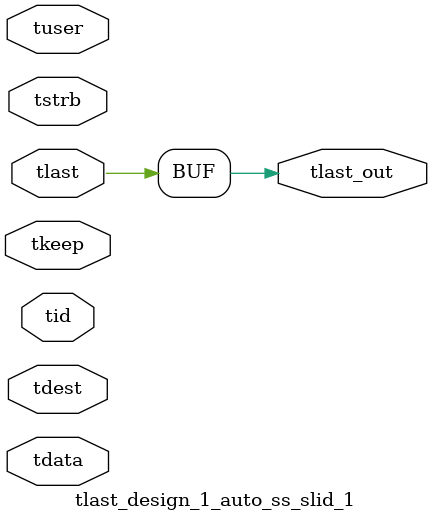
<source format=v>


`timescale 1ps/1ps

module tlast_design_1_auto_ss_slid_1 #
(
parameter C_S_AXIS_TID_WIDTH   = 1,
parameter C_S_AXIS_TUSER_WIDTH = 0,
parameter C_S_AXIS_TDATA_WIDTH = 0,
parameter C_S_AXIS_TDEST_WIDTH = 0
)
(
input  [(C_S_AXIS_TID_WIDTH   == 0 ? 1 : C_S_AXIS_TID_WIDTH)-1:0       ] tid,
input  [(C_S_AXIS_TDATA_WIDTH == 0 ? 1 : C_S_AXIS_TDATA_WIDTH)-1:0     ] tdata,
input  [(C_S_AXIS_TUSER_WIDTH == 0 ? 1 : C_S_AXIS_TUSER_WIDTH)-1:0     ] tuser,
input  [(C_S_AXIS_TDEST_WIDTH == 0 ? 1 : C_S_AXIS_TDEST_WIDTH)-1:0     ] tdest,
input  [(C_S_AXIS_TDATA_WIDTH/8)-1:0 ] tkeep,
input  [(C_S_AXIS_TDATA_WIDTH/8)-1:0 ] tstrb,
input  [0:0]                                                             tlast,
output                                                                   tlast_out
);

assign tlast_out = {tlast};

endmodule


</source>
